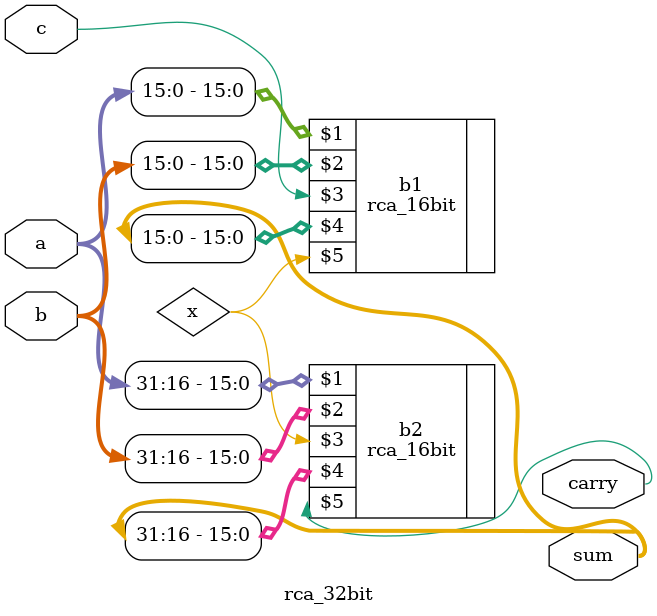
<source format=v>
`timescale 1ns / 1ps

module rca_32bit(
  input signed [31:0] a, b,
  input c,
  output signed [31:0] sum,
  output carry
);

    wire x;

    rca_16bit b1(a[15:0],  b[15:0],  c, sum[15:0],  x);
    rca_16bit b2(a[31:16], b[31:16], x, sum[31:16], carry);

endmodule

</source>
